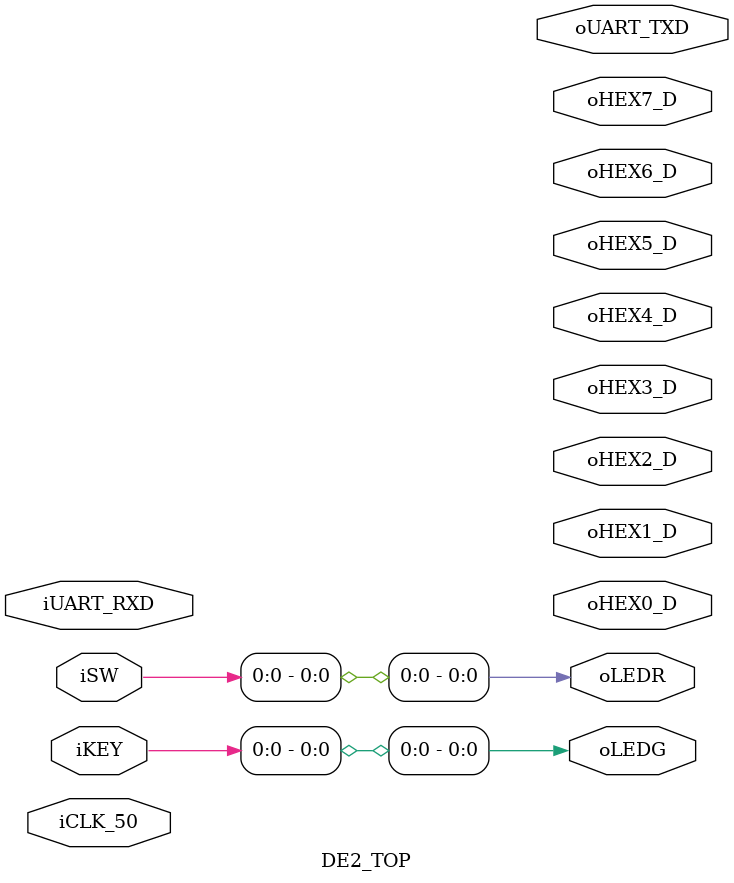
<source format=sv>

module DE2_TOP (
////////////////////////	Clock Input	 	////////////////////////
  input logic	iCLK_50,				//	50 MHz
////////////////////////	Push Button		////////////////////////
  input logic [3:0] iKEY,				//	Pushbutton[3:0]
////////////////////////	DPDT Switch		////////////////////////
  input logic [17:0] iSW,				//	Toggle Switch[17:0]
////////////////////////	7-SEG Dispaly	////////////////////////
  output logic [6:0] oHEX0_D,				//	Seven Segment Digit 0
  output logic [6:0] oHEX1_D,				//	Seven Segment Digit 1
  output logic [6:0] oHEX2_D,				//	Seven Segment Digit 2
  output logic [6:0] oHEX3_D,				//	Seven Segment Digit 3
  output logic [6:0] oHEX4_D,				//	Seven Segment Digit 4
  output logic [6:0] oHEX5_D,				//	Seven Segment Digit 5
  output logic [6:0] oHEX6_D,				//	Seven Segment Digit 6
  output logic [6:0] oHEX7_D,				//	Seven Segment Digit 7
////////////////////////////	LED		////////////////////////////
  output logic [8:0] oLEDG,				//	LED Green[8:0]
  output logic [17:0] oLEDR,				//	LED Red[17:0]
////////////////////////////	UART	////////////////////////////
  output logic oUART_TXD,				//	UART Transmitter
  input logic iUART_RXD					//	UART Receiver
);

//===========================================================================
// PARAMETER declarations
//===========================================================================


///////////////////////////////////////////////////////////////////
//=============================================================================
// REG/WIRE declarations
//=============================================================================



//=============================================================================
// Structural coding
//=============================================================================
  assign oLEDR[0] = iSW[0];
  assign oLEDG[0] = iKEY[0];

endmodule


</source>
